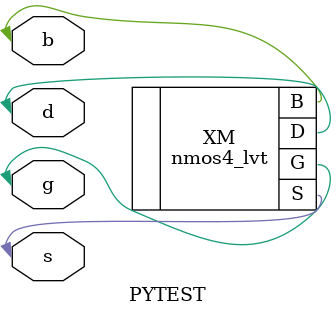
<source format=v>



module nmos4_18(
    inout B,
    inout D,
    inout G,
    inout S
);
endmodule

module nmos4_svt(
    inout B,
    inout D,
    inout G,
    inout S
);
endmodule

module nmos4_lvt(
    inout B,
    inout D,
    inout G,
    inout S
);
endmodule

module nmos4_hvt(
    inout B,
    inout D,
    inout G,
    inout S
);
endmodule

module nmos4_standard(
    inout B,
    inout D,
    inout G,
    inout S
);
endmodule

module nmos4_fast(
    inout B,
    inout D,
    inout G,
    inout S
);
endmodule

module nmos4_low_power(
    inout B,
    inout D,
    inout G,
    inout S
);
endmodule

module pmos4_18(
    inout B,
    inout D,
    inout G,
    inout S
);
endmodule

module pmos4_svt(
    inout B,
    inout D,
    inout G,
    inout S
);
endmodule

module pmos4_lvt(
    inout B,
    inout D,
    inout G,
    inout S
);
endmodule

module pmos4_hvt(
    inout B,
    inout D,
    inout G,
    inout S
);
endmodule

module pmos4_standard(
    inout B,
    inout D,
    inout G,
    inout S
);
endmodule

module pmos4_fast(
    inout B,
    inout D,
    inout G,
    inout S
);
endmodule

module pmos4_low_power(
    inout B,
    inout D,
    inout G,
    inout S
);
endmodule


module PYTEST(
    inout  wire b,
    inout  wire d,
    inout  wire g,
    inout  wire s
);

nmos4_lvt XM (
    .B( b ),
    .D( d ),
    .G( g ),
    .S( s )
);

endmodule

</source>
